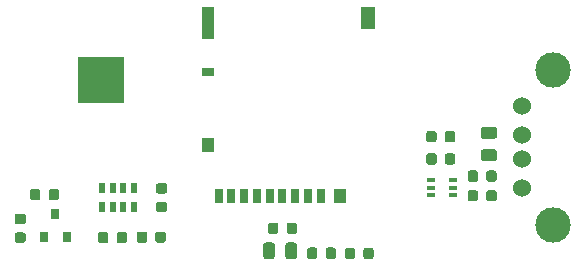
<source format=gbp>
G04 #@! TF.GenerationSoftware,KiCad,Pcbnew,(5.1.2)-1*
G04 #@! TF.CreationDate,2022-02-25T21:01:52+09:00*
G04 #@! TF.ProjectId,wcc,7763632e-6b69-4636-9164-5f7063625858,v2.2*
G04 #@! TF.SameCoordinates,Original*
G04 #@! TF.FileFunction,Paste,Bot*
G04 #@! TF.FilePolarity,Positive*
%FSLAX46Y46*%
G04 Gerber Fmt 4.6, Leading zero omitted, Abs format (unit mm)*
G04 Created by KiCad (PCBNEW (5.1.2)-1) date 2022-02-25 21:01:52*
%MOMM*%
%LPD*%
G04 APERTURE LIST*
%ADD10C,0.100000*%
%ADD11C,0.975000*%
%ADD12R,0.650000X0.400000*%
%ADD13C,0.875000*%
%ADD14R,0.500000X0.900000*%
%ADD15R,1.300000X1.900000*%
%ADD16R,1.000000X2.800000*%
%ADD17R,1.000000X0.800000*%
%ADD18R,1.000000X1.200000*%
%ADD19R,0.700000X1.200000*%
%ADD20R,0.800000X0.900000*%
%ADD21R,4.000000X4.000000*%
%ADD22C,3.000000*%
%ADD23C,1.524000*%
G04 APERTURE END LIST*
D10*
G36*
X178680142Y-140806174D02*
G01*
X178703803Y-140809684D01*
X178727007Y-140815496D01*
X178749529Y-140823554D01*
X178771153Y-140833782D01*
X178791670Y-140846079D01*
X178810883Y-140860329D01*
X178828607Y-140876393D01*
X178844671Y-140894117D01*
X178858921Y-140913330D01*
X178871218Y-140933847D01*
X178881446Y-140955471D01*
X178889504Y-140977993D01*
X178895316Y-141001197D01*
X178898826Y-141024858D01*
X178900000Y-141048750D01*
X178900000Y-141536250D01*
X178898826Y-141560142D01*
X178895316Y-141583803D01*
X178889504Y-141607007D01*
X178881446Y-141629529D01*
X178871218Y-141651153D01*
X178858921Y-141671670D01*
X178844671Y-141690883D01*
X178828607Y-141708607D01*
X178810883Y-141724671D01*
X178791670Y-141738921D01*
X178771153Y-141751218D01*
X178749529Y-141761446D01*
X178727007Y-141769504D01*
X178703803Y-141775316D01*
X178680142Y-141778826D01*
X178656250Y-141780000D01*
X177743750Y-141780000D01*
X177719858Y-141778826D01*
X177696197Y-141775316D01*
X177672993Y-141769504D01*
X177650471Y-141761446D01*
X177628847Y-141751218D01*
X177608330Y-141738921D01*
X177589117Y-141724671D01*
X177571393Y-141708607D01*
X177555329Y-141690883D01*
X177541079Y-141671670D01*
X177528782Y-141651153D01*
X177518554Y-141629529D01*
X177510496Y-141607007D01*
X177504684Y-141583803D01*
X177501174Y-141560142D01*
X177500000Y-141536250D01*
X177500000Y-141048750D01*
X177501174Y-141024858D01*
X177504684Y-141001197D01*
X177510496Y-140977993D01*
X177518554Y-140955471D01*
X177528782Y-140933847D01*
X177541079Y-140913330D01*
X177555329Y-140894117D01*
X177571393Y-140876393D01*
X177589117Y-140860329D01*
X177608330Y-140846079D01*
X177628847Y-140833782D01*
X177650471Y-140823554D01*
X177672993Y-140815496D01*
X177696197Y-140809684D01*
X177719858Y-140806174D01*
X177743750Y-140805000D01*
X178656250Y-140805000D01*
X178680142Y-140806174D01*
X178680142Y-140806174D01*
G37*
D11*
X178200000Y-141292500D03*
D10*
G36*
X178680142Y-142681174D02*
G01*
X178703803Y-142684684D01*
X178727007Y-142690496D01*
X178749529Y-142698554D01*
X178771153Y-142708782D01*
X178791670Y-142721079D01*
X178810883Y-142735329D01*
X178828607Y-142751393D01*
X178844671Y-142769117D01*
X178858921Y-142788330D01*
X178871218Y-142808847D01*
X178881446Y-142830471D01*
X178889504Y-142852993D01*
X178895316Y-142876197D01*
X178898826Y-142899858D01*
X178900000Y-142923750D01*
X178900000Y-143411250D01*
X178898826Y-143435142D01*
X178895316Y-143458803D01*
X178889504Y-143482007D01*
X178881446Y-143504529D01*
X178871218Y-143526153D01*
X178858921Y-143546670D01*
X178844671Y-143565883D01*
X178828607Y-143583607D01*
X178810883Y-143599671D01*
X178791670Y-143613921D01*
X178771153Y-143626218D01*
X178749529Y-143636446D01*
X178727007Y-143644504D01*
X178703803Y-143650316D01*
X178680142Y-143653826D01*
X178656250Y-143655000D01*
X177743750Y-143655000D01*
X177719858Y-143653826D01*
X177696197Y-143650316D01*
X177672993Y-143644504D01*
X177650471Y-143636446D01*
X177628847Y-143626218D01*
X177608330Y-143613921D01*
X177589117Y-143599671D01*
X177571393Y-143583607D01*
X177555329Y-143565883D01*
X177541079Y-143546670D01*
X177528782Y-143526153D01*
X177518554Y-143504529D01*
X177510496Y-143482007D01*
X177504684Y-143458803D01*
X177501174Y-143435142D01*
X177500000Y-143411250D01*
X177500000Y-142923750D01*
X177501174Y-142899858D01*
X177504684Y-142876197D01*
X177510496Y-142852993D01*
X177518554Y-142830471D01*
X177528782Y-142808847D01*
X177541079Y-142788330D01*
X177555329Y-142769117D01*
X177571393Y-142751393D01*
X177589117Y-142735329D01*
X177608330Y-142721079D01*
X177628847Y-142708782D01*
X177650471Y-142698554D01*
X177672993Y-142690496D01*
X177696197Y-142684684D01*
X177719858Y-142681174D01*
X177743750Y-142680000D01*
X178656250Y-142680000D01*
X178680142Y-142681174D01*
X178680142Y-142681174D01*
G37*
D11*
X178200000Y-143167500D03*
D12*
X173300000Y-145270000D03*
X173300000Y-146570000D03*
X175200000Y-145920000D03*
X173300000Y-145920000D03*
X175200000Y-146570000D03*
X175200000Y-145270000D03*
D10*
G36*
X175155691Y-143026053D02*
G01*
X175176926Y-143029203D01*
X175197750Y-143034419D01*
X175217962Y-143041651D01*
X175237368Y-143050830D01*
X175255781Y-143061866D01*
X175273024Y-143074654D01*
X175288930Y-143089070D01*
X175303346Y-143104976D01*
X175316134Y-143122219D01*
X175327170Y-143140632D01*
X175336349Y-143160038D01*
X175343581Y-143180250D01*
X175348797Y-143201074D01*
X175351947Y-143222309D01*
X175353000Y-143243750D01*
X175353000Y-143756250D01*
X175351947Y-143777691D01*
X175348797Y-143798926D01*
X175343581Y-143819750D01*
X175336349Y-143839962D01*
X175327170Y-143859368D01*
X175316134Y-143877781D01*
X175303346Y-143895024D01*
X175288930Y-143910930D01*
X175273024Y-143925346D01*
X175255781Y-143938134D01*
X175237368Y-143949170D01*
X175217962Y-143958349D01*
X175197750Y-143965581D01*
X175176926Y-143970797D01*
X175155691Y-143973947D01*
X175134250Y-143975000D01*
X174696750Y-143975000D01*
X174675309Y-143973947D01*
X174654074Y-143970797D01*
X174633250Y-143965581D01*
X174613038Y-143958349D01*
X174593632Y-143949170D01*
X174575219Y-143938134D01*
X174557976Y-143925346D01*
X174542070Y-143910930D01*
X174527654Y-143895024D01*
X174514866Y-143877781D01*
X174503830Y-143859368D01*
X174494651Y-143839962D01*
X174487419Y-143819750D01*
X174482203Y-143798926D01*
X174479053Y-143777691D01*
X174478000Y-143756250D01*
X174478000Y-143243750D01*
X174479053Y-143222309D01*
X174482203Y-143201074D01*
X174487419Y-143180250D01*
X174494651Y-143160038D01*
X174503830Y-143140632D01*
X174514866Y-143122219D01*
X174527654Y-143104976D01*
X174542070Y-143089070D01*
X174557976Y-143074654D01*
X174575219Y-143061866D01*
X174593632Y-143050830D01*
X174613038Y-143041651D01*
X174633250Y-143034419D01*
X174654074Y-143029203D01*
X174675309Y-143026053D01*
X174696750Y-143025000D01*
X175134250Y-143025000D01*
X175155691Y-143026053D01*
X175155691Y-143026053D01*
G37*
D13*
X174915500Y-143500000D03*
D10*
G36*
X173580691Y-143026053D02*
G01*
X173601926Y-143029203D01*
X173622750Y-143034419D01*
X173642962Y-143041651D01*
X173662368Y-143050830D01*
X173680781Y-143061866D01*
X173698024Y-143074654D01*
X173713930Y-143089070D01*
X173728346Y-143104976D01*
X173741134Y-143122219D01*
X173752170Y-143140632D01*
X173761349Y-143160038D01*
X173768581Y-143180250D01*
X173773797Y-143201074D01*
X173776947Y-143222309D01*
X173778000Y-143243750D01*
X173778000Y-143756250D01*
X173776947Y-143777691D01*
X173773797Y-143798926D01*
X173768581Y-143819750D01*
X173761349Y-143839962D01*
X173752170Y-143859368D01*
X173741134Y-143877781D01*
X173728346Y-143895024D01*
X173713930Y-143910930D01*
X173698024Y-143925346D01*
X173680781Y-143938134D01*
X173662368Y-143949170D01*
X173642962Y-143958349D01*
X173622750Y-143965581D01*
X173601926Y-143970797D01*
X173580691Y-143973947D01*
X173559250Y-143975000D01*
X173121750Y-143975000D01*
X173100309Y-143973947D01*
X173079074Y-143970797D01*
X173058250Y-143965581D01*
X173038038Y-143958349D01*
X173018632Y-143949170D01*
X173000219Y-143938134D01*
X172982976Y-143925346D01*
X172967070Y-143910930D01*
X172952654Y-143895024D01*
X172939866Y-143877781D01*
X172928830Y-143859368D01*
X172919651Y-143839962D01*
X172912419Y-143819750D01*
X172907203Y-143798926D01*
X172904053Y-143777691D01*
X172903000Y-143756250D01*
X172903000Y-143243750D01*
X172904053Y-143222309D01*
X172907203Y-143201074D01*
X172912419Y-143180250D01*
X172919651Y-143160038D01*
X172928830Y-143140632D01*
X172939866Y-143122219D01*
X172952654Y-143104976D01*
X172967070Y-143089070D01*
X172982976Y-143074654D01*
X173000219Y-143061866D01*
X173018632Y-143050830D01*
X173038038Y-143041651D01*
X173058250Y-143034419D01*
X173079074Y-143029203D01*
X173100309Y-143026053D01*
X173121750Y-143025000D01*
X173559250Y-143025000D01*
X173580691Y-143026053D01*
X173580691Y-143026053D01*
G37*
D13*
X173340500Y-143500000D03*
D10*
G36*
X178665691Y-144476053D02*
G01*
X178686926Y-144479203D01*
X178707750Y-144484419D01*
X178727962Y-144491651D01*
X178747368Y-144500830D01*
X178765781Y-144511866D01*
X178783024Y-144524654D01*
X178798930Y-144539070D01*
X178813346Y-144554976D01*
X178826134Y-144572219D01*
X178837170Y-144590632D01*
X178846349Y-144610038D01*
X178853581Y-144630250D01*
X178858797Y-144651074D01*
X178861947Y-144672309D01*
X178863000Y-144693750D01*
X178863000Y-145206250D01*
X178861947Y-145227691D01*
X178858797Y-145248926D01*
X178853581Y-145269750D01*
X178846349Y-145289962D01*
X178837170Y-145309368D01*
X178826134Y-145327781D01*
X178813346Y-145345024D01*
X178798930Y-145360930D01*
X178783024Y-145375346D01*
X178765781Y-145388134D01*
X178747368Y-145399170D01*
X178727962Y-145408349D01*
X178707750Y-145415581D01*
X178686926Y-145420797D01*
X178665691Y-145423947D01*
X178644250Y-145425000D01*
X178206750Y-145425000D01*
X178185309Y-145423947D01*
X178164074Y-145420797D01*
X178143250Y-145415581D01*
X178123038Y-145408349D01*
X178103632Y-145399170D01*
X178085219Y-145388134D01*
X178067976Y-145375346D01*
X178052070Y-145360930D01*
X178037654Y-145345024D01*
X178024866Y-145327781D01*
X178013830Y-145309368D01*
X178004651Y-145289962D01*
X177997419Y-145269750D01*
X177992203Y-145248926D01*
X177989053Y-145227691D01*
X177988000Y-145206250D01*
X177988000Y-144693750D01*
X177989053Y-144672309D01*
X177992203Y-144651074D01*
X177997419Y-144630250D01*
X178004651Y-144610038D01*
X178013830Y-144590632D01*
X178024866Y-144572219D01*
X178037654Y-144554976D01*
X178052070Y-144539070D01*
X178067976Y-144524654D01*
X178085219Y-144511866D01*
X178103632Y-144500830D01*
X178123038Y-144491651D01*
X178143250Y-144484419D01*
X178164074Y-144479203D01*
X178185309Y-144476053D01*
X178206750Y-144475000D01*
X178644250Y-144475000D01*
X178665691Y-144476053D01*
X178665691Y-144476053D01*
G37*
D13*
X178425500Y-144950000D03*
D10*
G36*
X177090691Y-144476053D02*
G01*
X177111926Y-144479203D01*
X177132750Y-144484419D01*
X177152962Y-144491651D01*
X177172368Y-144500830D01*
X177190781Y-144511866D01*
X177208024Y-144524654D01*
X177223930Y-144539070D01*
X177238346Y-144554976D01*
X177251134Y-144572219D01*
X177262170Y-144590632D01*
X177271349Y-144610038D01*
X177278581Y-144630250D01*
X177283797Y-144651074D01*
X177286947Y-144672309D01*
X177288000Y-144693750D01*
X177288000Y-145206250D01*
X177286947Y-145227691D01*
X177283797Y-145248926D01*
X177278581Y-145269750D01*
X177271349Y-145289962D01*
X177262170Y-145309368D01*
X177251134Y-145327781D01*
X177238346Y-145345024D01*
X177223930Y-145360930D01*
X177208024Y-145375346D01*
X177190781Y-145388134D01*
X177172368Y-145399170D01*
X177152962Y-145408349D01*
X177132750Y-145415581D01*
X177111926Y-145420797D01*
X177090691Y-145423947D01*
X177069250Y-145425000D01*
X176631750Y-145425000D01*
X176610309Y-145423947D01*
X176589074Y-145420797D01*
X176568250Y-145415581D01*
X176548038Y-145408349D01*
X176528632Y-145399170D01*
X176510219Y-145388134D01*
X176492976Y-145375346D01*
X176477070Y-145360930D01*
X176462654Y-145345024D01*
X176449866Y-145327781D01*
X176438830Y-145309368D01*
X176429651Y-145289962D01*
X176422419Y-145269750D01*
X176417203Y-145248926D01*
X176414053Y-145227691D01*
X176413000Y-145206250D01*
X176413000Y-144693750D01*
X176414053Y-144672309D01*
X176417203Y-144651074D01*
X176422419Y-144630250D01*
X176429651Y-144610038D01*
X176438830Y-144590632D01*
X176449866Y-144572219D01*
X176462654Y-144554976D01*
X176477070Y-144539070D01*
X176492976Y-144524654D01*
X176510219Y-144511866D01*
X176528632Y-144500830D01*
X176548038Y-144491651D01*
X176568250Y-144484419D01*
X176589074Y-144479203D01*
X176610309Y-144476053D01*
X176631750Y-144475000D01*
X177069250Y-144475000D01*
X177090691Y-144476053D01*
X177090691Y-144476053D01*
G37*
D13*
X176850500Y-144950000D03*
D14*
X145460000Y-147590000D03*
X146360000Y-147590000D03*
X147260000Y-147590000D03*
X148160000Y-147590000D03*
X148160000Y-145990000D03*
X147260000Y-145990000D03*
X146360000Y-145990000D03*
X145460000Y-145990000D03*
D10*
G36*
X178665691Y-146146053D02*
G01*
X178686926Y-146149203D01*
X178707750Y-146154419D01*
X178727962Y-146161651D01*
X178747368Y-146170830D01*
X178765781Y-146181866D01*
X178783024Y-146194654D01*
X178798930Y-146209070D01*
X178813346Y-146224976D01*
X178826134Y-146242219D01*
X178837170Y-146260632D01*
X178846349Y-146280038D01*
X178853581Y-146300250D01*
X178858797Y-146321074D01*
X178861947Y-146342309D01*
X178863000Y-146363750D01*
X178863000Y-146876250D01*
X178861947Y-146897691D01*
X178858797Y-146918926D01*
X178853581Y-146939750D01*
X178846349Y-146959962D01*
X178837170Y-146979368D01*
X178826134Y-146997781D01*
X178813346Y-147015024D01*
X178798930Y-147030930D01*
X178783024Y-147045346D01*
X178765781Y-147058134D01*
X178747368Y-147069170D01*
X178727962Y-147078349D01*
X178707750Y-147085581D01*
X178686926Y-147090797D01*
X178665691Y-147093947D01*
X178644250Y-147095000D01*
X178206750Y-147095000D01*
X178185309Y-147093947D01*
X178164074Y-147090797D01*
X178143250Y-147085581D01*
X178123038Y-147078349D01*
X178103632Y-147069170D01*
X178085219Y-147058134D01*
X178067976Y-147045346D01*
X178052070Y-147030930D01*
X178037654Y-147015024D01*
X178024866Y-146997781D01*
X178013830Y-146979368D01*
X178004651Y-146959962D01*
X177997419Y-146939750D01*
X177992203Y-146918926D01*
X177989053Y-146897691D01*
X177988000Y-146876250D01*
X177988000Y-146363750D01*
X177989053Y-146342309D01*
X177992203Y-146321074D01*
X177997419Y-146300250D01*
X178004651Y-146280038D01*
X178013830Y-146260632D01*
X178024866Y-146242219D01*
X178037654Y-146224976D01*
X178052070Y-146209070D01*
X178067976Y-146194654D01*
X178085219Y-146181866D01*
X178103632Y-146170830D01*
X178123038Y-146161651D01*
X178143250Y-146154419D01*
X178164074Y-146149203D01*
X178185309Y-146146053D01*
X178206750Y-146145000D01*
X178644250Y-146145000D01*
X178665691Y-146146053D01*
X178665691Y-146146053D01*
G37*
D13*
X178425500Y-146620000D03*
D10*
G36*
X177090691Y-146146053D02*
G01*
X177111926Y-146149203D01*
X177132750Y-146154419D01*
X177152962Y-146161651D01*
X177172368Y-146170830D01*
X177190781Y-146181866D01*
X177208024Y-146194654D01*
X177223930Y-146209070D01*
X177238346Y-146224976D01*
X177251134Y-146242219D01*
X177262170Y-146260632D01*
X177271349Y-146280038D01*
X177278581Y-146300250D01*
X177283797Y-146321074D01*
X177286947Y-146342309D01*
X177288000Y-146363750D01*
X177288000Y-146876250D01*
X177286947Y-146897691D01*
X177283797Y-146918926D01*
X177278581Y-146939750D01*
X177271349Y-146959962D01*
X177262170Y-146979368D01*
X177251134Y-146997781D01*
X177238346Y-147015024D01*
X177223930Y-147030930D01*
X177208024Y-147045346D01*
X177190781Y-147058134D01*
X177172368Y-147069170D01*
X177152962Y-147078349D01*
X177132750Y-147085581D01*
X177111926Y-147090797D01*
X177090691Y-147093947D01*
X177069250Y-147095000D01*
X176631750Y-147095000D01*
X176610309Y-147093947D01*
X176589074Y-147090797D01*
X176568250Y-147085581D01*
X176548038Y-147078349D01*
X176528632Y-147069170D01*
X176510219Y-147058134D01*
X176492976Y-147045346D01*
X176477070Y-147030930D01*
X176462654Y-147015024D01*
X176449866Y-146997781D01*
X176438830Y-146979368D01*
X176429651Y-146959962D01*
X176422419Y-146939750D01*
X176417203Y-146918926D01*
X176414053Y-146897691D01*
X176413000Y-146876250D01*
X176413000Y-146363750D01*
X176414053Y-146342309D01*
X176417203Y-146321074D01*
X176422419Y-146300250D01*
X176429651Y-146280038D01*
X176438830Y-146260632D01*
X176449866Y-146242219D01*
X176462654Y-146224976D01*
X176477070Y-146209070D01*
X176492976Y-146194654D01*
X176510219Y-146181866D01*
X176528632Y-146170830D01*
X176548038Y-146161651D01*
X176568250Y-146154419D01*
X176589074Y-146149203D01*
X176610309Y-146146053D01*
X176631750Y-146145000D01*
X177069250Y-146145000D01*
X177090691Y-146146053D01*
X177090691Y-146146053D01*
G37*
D13*
X176850500Y-146620000D03*
D10*
G36*
X168257691Y-151026053D02*
G01*
X168278926Y-151029203D01*
X168299750Y-151034419D01*
X168319962Y-151041651D01*
X168339368Y-151050830D01*
X168357781Y-151061866D01*
X168375024Y-151074654D01*
X168390930Y-151089070D01*
X168405346Y-151104976D01*
X168418134Y-151122219D01*
X168429170Y-151140632D01*
X168438349Y-151160038D01*
X168445581Y-151180250D01*
X168450797Y-151201074D01*
X168453947Y-151222309D01*
X168455000Y-151243750D01*
X168455000Y-151756250D01*
X168453947Y-151777691D01*
X168450797Y-151798926D01*
X168445581Y-151819750D01*
X168438349Y-151839962D01*
X168429170Y-151859368D01*
X168418134Y-151877781D01*
X168405346Y-151895024D01*
X168390930Y-151910930D01*
X168375024Y-151925346D01*
X168357781Y-151938134D01*
X168339368Y-151949170D01*
X168319962Y-151958349D01*
X168299750Y-151965581D01*
X168278926Y-151970797D01*
X168257691Y-151973947D01*
X168236250Y-151975000D01*
X167798750Y-151975000D01*
X167777309Y-151973947D01*
X167756074Y-151970797D01*
X167735250Y-151965581D01*
X167715038Y-151958349D01*
X167695632Y-151949170D01*
X167677219Y-151938134D01*
X167659976Y-151925346D01*
X167644070Y-151910930D01*
X167629654Y-151895024D01*
X167616866Y-151877781D01*
X167605830Y-151859368D01*
X167596651Y-151839962D01*
X167589419Y-151819750D01*
X167584203Y-151798926D01*
X167581053Y-151777691D01*
X167580000Y-151756250D01*
X167580000Y-151243750D01*
X167581053Y-151222309D01*
X167584203Y-151201074D01*
X167589419Y-151180250D01*
X167596651Y-151160038D01*
X167605830Y-151140632D01*
X167616866Y-151122219D01*
X167629654Y-151104976D01*
X167644070Y-151089070D01*
X167659976Y-151074654D01*
X167677219Y-151061866D01*
X167695632Y-151050830D01*
X167715038Y-151041651D01*
X167735250Y-151034419D01*
X167756074Y-151029203D01*
X167777309Y-151026053D01*
X167798750Y-151025000D01*
X168236250Y-151025000D01*
X168257691Y-151026053D01*
X168257691Y-151026053D01*
G37*
D13*
X168017500Y-151500000D03*
D10*
G36*
X166682691Y-151026053D02*
G01*
X166703926Y-151029203D01*
X166724750Y-151034419D01*
X166744962Y-151041651D01*
X166764368Y-151050830D01*
X166782781Y-151061866D01*
X166800024Y-151074654D01*
X166815930Y-151089070D01*
X166830346Y-151104976D01*
X166843134Y-151122219D01*
X166854170Y-151140632D01*
X166863349Y-151160038D01*
X166870581Y-151180250D01*
X166875797Y-151201074D01*
X166878947Y-151222309D01*
X166880000Y-151243750D01*
X166880000Y-151756250D01*
X166878947Y-151777691D01*
X166875797Y-151798926D01*
X166870581Y-151819750D01*
X166863349Y-151839962D01*
X166854170Y-151859368D01*
X166843134Y-151877781D01*
X166830346Y-151895024D01*
X166815930Y-151910930D01*
X166800024Y-151925346D01*
X166782781Y-151938134D01*
X166764368Y-151949170D01*
X166744962Y-151958349D01*
X166724750Y-151965581D01*
X166703926Y-151970797D01*
X166682691Y-151973947D01*
X166661250Y-151975000D01*
X166223750Y-151975000D01*
X166202309Y-151973947D01*
X166181074Y-151970797D01*
X166160250Y-151965581D01*
X166140038Y-151958349D01*
X166120632Y-151949170D01*
X166102219Y-151938134D01*
X166084976Y-151925346D01*
X166069070Y-151910930D01*
X166054654Y-151895024D01*
X166041866Y-151877781D01*
X166030830Y-151859368D01*
X166021651Y-151839962D01*
X166014419Y-151819750D01*
X166009203Y-151798926D01*
X166006053Y-151777691D01*
X166005000Y-151756250D01*
X166005000Y-151243750D01*
X166006053Y-151222309D01*
X166009203Y-151201074D01*
X166014419Y-151180250D01*
X166021651Y-151160038D01*
X166030830Y-151140632D01*
X166041866Y-151122219D01*
X166054654Y-151104976D01*
X166069070Y-151089070D01*
X166084976Y-151074654D01*
X166102219Y-151061866D01*
X166120632Y-151050830D01*
X166140038Y-151041651D01*
X166160250Y-151034419D01*
X166181074Y-151029203D01*
X166202309Y-151026053D01*
X166223750Y-151025000D01*
X166661250Y-151025000D01*
X166682691Y-151026053D01*
X166682691Y-151026053D01*
G37*
D13*
X166442500Y-151500000D03*
D15*
X167935000Y-131525000D03*
D16*
X154435000Y-131975000D03*
D17*
X154435000Y-136125000D03*
D18*
X154435000Y-142325000D03*
X165585000Y-146625000D03*
D19*
X157435000Y-146625000D03*
X158535000Y-146625000D03*
X159635000Y-146625000D03*
X160735000Y-146625000D03*
X161835000Y-146625000D03*
X162935000Y-146625000D03*
X164035000Y-146625000D03*
X156335000Y-146625000D03*
X155385000Y-146625000D03*
D10*
G36*
X149074691Y-149646053D02*
G01*
X149095926Y-149649203D01*
X149116750Y-149654419D01*
X149136962Y-149661651D01*
X149156368Y-149670830D01*
X149174781Y-149681866D01*
X149192024Y-149694654D01*
X149207930Y-149709070D01*
X149222346Y-149724976D01*
X149235134Y-149742219D01*
X149246170Y-149760632D01*
X149255349Y-149780038D01*
X149262581Y-149800250D01*
X149267797Y-149821074D01*
X149270947Y-149842309D01*
X149272000Y-149863750D01*
X149272000Y-150376250D01*
X149270947Y-150397691D01*
X149267797Y-150418926D01*
X149262581Y-150439750D01*
X149255349Y-150459962D01*
X149246170Y-150479368D01*
X149235134Y-150497781D01*
X149222346Y-150515024D01*
X149207930Y-150530930D01*
X149192024Y-150545346D01*
X149174781Y-150558134D01*
X149156368Y-150569170D01*
X149136962Y-150578349D01*
X149116750Y-150585581D01*
X149095926Y-150590797D01*
X149074691Y-150593947D01*
X149053250Y-150595000D01*
X148615750Y-150595000D01*
X148594309Y-150593947D01*
X148573074Y-150590797D01*
X148552250Y-150585581D01*
X148532038Y-150578349D01*
X148512632Y-150569170D01*
X148494219Y-150558134D01*
X148476976Y-150545346D01*
X148461070Y-150530930D01*
X148446654Y-150515024D01*
X148433866Y-150497781D01*
X148422830Y-150479368D01*
X148413651Y-150459962D01*
X148406419Y-150439750D01*
X148401203Y-150418926D01*
X148398053Y-150397691D01*
X148397000Y-150376250D01*
X148397000Y-149863750D01*
X148398053Y-149842309D01*
X148401203Y-149821074D01*
X148406419Y-149800250D01*
X148413651Y-149780038D01*
X148422830Y-149760632D01*
X148433866Y-149742219D01*
X148446654Y-149724976D01*
X148461070Y-149709070D01*
X148476976Y-149694654D01*
X148494219Y-149681866D01*
X148512632Y-149670830D01*
X148532038Y-149661651D01*
X148552250Y-149654419D01*
X148573074Y-149649203D01*
X148594309Y-149646053D01*
X148615750Y-149645000D01*
X149053250Y-149645000D01*
X149074691Y-149646053D01*
X149074691Y-149646053D01*
G37*
D13*
X148834500Y-150120000D03*
D10*
G36*
X150649691Y-149646053D02*
G01*
X150670926Y-149649203D01*
X150691750Y-149654419D01*
X150711962Y-149661651D01*
X150731368Y-149670830D01*
X150749781Y-149681866D01*
X150767024Y-149694654D01*
X150782930Y-149709070D01*
X150797346Y-149724976D01*
X150810134Y-149742219D01*
X150821170Y-149760632D01*
X150830349Y-149780038D01*
X150837581Y-149800250D01*
X150842797Y-149821074D01*
X150845947Y-149842309D01*
X150847000Y-149863750D01*
X150847000Y-150376250D01*
X150845947Y-150397691D01*
X150842797Y-150418926D01*
X150837581Y-150439750D01*
X150830349Y-150459962D01*
X150821170Y-150479368D01*
X150810134Y-150497781D01*
X150797346Y-150515024D01*
X150782930Y-150530930D01*
X150767024Y-150545346D01*
X150749781Y-150558134D01*
X150731368Y-150569170D01*
X150711962Y-150578349D01*
X150691750Y-150585581D01*
X150670926Y-150590797D01*
X150649691Y-150593947D01*
X150628250Y-150595000D01*
X150190750Y-150595000D01*
X150169309Y-150593947D01*
X150148074Y-150590797D01*
X150127250Y-150585581D01*
X150107038Y-150578349D01*
X150087632Y-150569170D01*
X150069219Y-150558134D01*
X150051976Y-150545346D01*
X150036070Y-150530930D01*
X150021654Y-150515024D01*
X150008866Y-150497781D01*
X149997830Y-150479368D01*
X149988651Y-150459962D01*
X149981419Y-150439750D01*
X149976203Y-150418926D01*
X149973053Y-150397691D01*
X149972000Y-150376250D01*
X149972000Y-149863750D01*
X149973053Y-149842309D01*
X149976203Y-149821074D01*
X149981419Y-149800250D01*
X149988651Y-149780038D01*
X149997830Y-149760632D01*
X150008866Y-149742219D01*
X150021654Y-149724976D01*
X150036070Y-149709070D01*
X150051976Y-149694654D01*
X150069219Y-149681866D01*
X150087632Y-149670830D01*
X150107038Y-149661651D01*
X150127250Y-149654419D01*
X150148074Y-149649203D01*
X150169309Y-149646053D01*
X150190750Y-149645000D01*
X150628250Y-149645000D01*
X150649691Y-149646053D01*
X150649691Y-149646053D01*
G37*
D13*
X150409500Y-150120000D03*
D10*
G36*
X138797691Y-148148053D02*
G01*
X138818926Y-148151203D01*
X138839750Y-148156419D01*
X138859962Y-148163651D01*
X138879368Y-148172830D01*
X138897781Y-148183866D01*
X138915024Y-148196654D01*
X138930930Y-148211070D01*
X138945346Y-148226976D01*
X138958134Y-148244219D01*
X138969170Y-148262632D01*
X138978349Y-148282038D01*
X138985581Y-148302250D01*
X138990797Y-148323074D01*
X138993947Y-148344309D01*
X138995000Y-148365750D01*
X138995000Y-148803250D01*
X138993947Y-148824691D01*
X138990797Y-148845926D01*
X138985581Y-148866750D01*
X138978349Y-148886962D01*
X138969170Y-148906368D01*
X138958134Y-148924781D01*
X138945346Y-148942024D01*
X138930930Y-148957930D01*
X138915024Y-148972346D01*
X138897781Y-148985134D01*
X138879368Y-148996170D01*
X138859962Y-149005349D01*
X138839750Y-149012581D01*
X138818926Y-149017797D01*
X138797691Y-149020947D01*
X138776250Y-149022000D01*
X138263750Y-149022000D01*
X138242309Y-149020947D01*
X138221074Y-149017797D01*
X138200250Y-149012581D01*
X138180038Y-149005349D01*
X138160632Y-148996170D01*
X138142219Y-148985134D01*
X138124976Y-148972346D01*
X138109070Y-148957930D01*
X138094654Y-148942024D01*
X138081866Y-148924781D01*
X138070830Y-148906368D01*
X138061651Y-148886962D01*
X138054419Y-148866750D01*
X138049203Y-148845926D01*
X138046053Y-148824691D01*
X138045000Y-148803250D01*
X138045000Y-148365750D01*
X138046053Y-148344309D01*
X138049203Y-148323074D01*
X138054419Y-148302250D01*
X138061651Y-148282038D01*
X138070830Y-148262632D01*
X138081866Y-148244219D01*
X138094654Y-148226976D01*
X138109070Y-148211070D01*
X138124976Y-148196654D01*
X138142219Y-148183866D01*
X138160632Y-148172830D01*
X138180038Y-148163651D01*
X138200250Y-148156419D01*
X138221074Y-148151203D01*
X138242309Y-148148053D01*
X138263750Y-148147000D01*
X138776250Y-148147000D01*
X138797691Y-148148053D01*
X138797691Y-148148053D01*
G37*
D13*
X138520000Y-148584500D03*
D10*
G36*
X138797691Y-149723053D02*
G01*
X138818926Y-149726203D01*
X138839750Y-149731419D01*
X138859962Y-149738651D01*
X138879368Y-149747830D01*
X138897781Y-149758866D01*
X138915024Y-149771654D01*
X138930930Y-149786070D01*
X138945346Y-149801976D01*
X138958134Y-149819219D01*
X138969170Y-149837632D01*
X138978349Y-149857038D01*
X138985581Y-149877250D01*
X138990797Y-149898074D01*
X138993947Y-149919309D01*
X138995000Y-149940750D01*
X138995000Y-150378250D01*
X138993947Y-150399691D01*
X138990797Y-150420926D01*
X138985581Y-150441750D01*
X138978349Y-150461962D01*
X138969170Y-150481368D01*
X138958134Y-150499781D01*
X138945346Y-150517024D01*
X138930930Y-150532930D01*
X138915024Y-150547346D01*
X138897781Y-150560134D01*
X138879368Y-150571170D01*
X138859962Y-150580349D01*
X138839750Y-150587581D01*
X138818926Y-150592797D01*
X138797691Y-150595947D01*
X138776250Y-150597000D01*
X138263750Y-150597000D01*
X138242309Y-150595947D01*
X138221074Y-150592797D01*
X138200250Y-150587581D01*
X138180038Y-150580349D01*
X138160632Y-150571170D01*
X138142219Y-150560134D01*
X138124976Y-150547346D01*
X138109070Y-150532930D01*
X138094654Y-150517024D01*
X138081866Y-150499781D01*
X138070830Y-150481368D01*
X138061651Y-150461962D01*
X138054419Y-150441750D01*
X138049203Y-150420926D01*
X138046053Y-150399691D01*
X138045000Y-150378250D01*
X138045000Y-149940750D01*
X138046053Y-149919309D01*
X138049203Y-149898074D01*
X138054419Y-149877250D01*
X138061651Y-149857038D01*
X138070830Y-149837632D01*
X138081866Y-149819219D01*
X138094654Y-149801976D01*
X138109070Y-149786070D01*
X138124976Y-149771654D01*
X138142219Y-149758866D01*
X138160632Y-149747830D01*
X138180038Y-149738651D01*
X138200250Y-149731419D01*
X138221074Y-149726203D01*
X138242309Y-149723053D01*
X138263750Y-149722000D01*
X138776250Y-149722000D01*
X138797691Y-149723053D01*
X138797691Y-149723053D01*
G37*
D13*
X138520000Y-150159500D03*
D10*
G36*
X150777691Y-147131053D02*
G01*
X150798926Y-147134203D01*
X150819750Y-147139419D01*
X150839962Y-147146651D01*
X150859368Y-147155830D01*
X150877781Y-147166866D01*
X150895024Y-147179654D01*
X150910930Y-147194070D01*
X150925346Y-147209976D01*
X150938134Y-147227219D01*
X150949170Y-147245632D01*
X150958349Y-147265038D01*
X150965581Y-147285250D01*
X150970797Y-147306074D01*
X150973947Y-147327309D01*
X150975000Y-147348750D01*
X150975000Y-147786250D01*
X150973947Y-147807691D01*
X150970797Y-147828926D01*
X150965581Y-147849750D01*
X150958349Y-147869962D01*
X150949170Y-147889368D01*
X150938134Y-147907781D01*
X150925346Y-147925024D01*
X150910930Y-147940930D01*
X150895024Y-147955346D01*
X150877781Y-147968134D01*
X150859368Y-147979170D01*
X150839962Y-147988349D01*
X150819750Y-147995581D01*
X150798926Y-148000797D01*
X150777691Y-148003947D01*
X150756250Y-148005000D01*
X150243750Y-148005000D01*
X150222309Y-148003947D01*
X150201074Y-148000797D01*
X150180250Y-147995581D01*
X150160038Y-147988349D01*
X150140632Y-147979170D01*
X150122219Y-147968134D01*
X150104976Y-147955346D01*
X150089070Y-147940930D01*
X150074654Y-147925024D01*
X150061866Y-147907781D01*
X150050830Y-147889368D01*
X150041651Y-147869962D01*
X150034419Y-147849750D01*
X150029203Y-147828926D01*
X150026053Y-147807691D01*
X150025000Y-147786250D01*
X150025000Y-147348750D01*
X150026053Y-147327309D01*
X150029203Y-147306074D01*
X150034419Y-147285250D01*
X150041651Y-147265038D01*
X150050830Y-147245632D01*
X150061866Y-147227219D01*
X150074654Y-147209976D01*
X150089070Y-147194070D01*
X150104976Y-147179654D01*
X150122219Y-147166866D01*
X150140632Y-147155830D01*
X150160038Y-147146651D01*
X150180250Y-147139419D01*
X150201074Y-147134203D01*
X150222309Y-147131053D01*
X150243750Y-147130000D01*
X150756250Y-147130000D01*
X150777691Y-147131053D01*
X150777691Y-147131053D01*
G37*
D13*
X150500000Y-147567500D03*
D10*
G36*
X150777691Y-145556053D02*
G01*
X150798926Y-145559203D01*
X150819750Y-145564419D01*
X150839962Y-145571651D01*
X150859368Y-145580830D01*
X150877781Y-145591866D01*
X150895024Y-145604654D01*
X150910930Y-145619070D01*
X150925346Y-145634976D01*
X150938134Y-145652219D01*
X150949170Y-145670632D01*
X150958349Y-145690038D01*
X150965581Y-145710250D01*
X150970797Y-145731074D01*
X150973947Y-145752309D01*
X150975000Y-145773750D01*
X150975000Y-146211250D01*
X150973947Y-146232691D01*
X150970797Y-146253926D01*
X150965581Y-146274750D01*
X150958349Y-146294962D01*
X150949170Y-146314368D01*
X150938134Y-146332781D01*
X150925346Y-146350024D01*
X150910930Y-146365930D01*
X150895024Y-146380346D01*
X150877781Y-146393134D01*
X150859368Y-146404170D01*
X150839962Y-146413349D01*
X150819750Y-146420581D01*
X150798926Y-146425797D01*
X150777691Y-146428947D01*
X150756250Y-146430000D01*
X150243750Y-146430000D01*
X150222309Y-146428947D01*
X150201074Y-146425797D01*
X150180250Y-146420581D01*
X150160038Y-146413349D01*
X150140632Y-146404170D01*
X150122219Y-146393134D01*
X150104976Y-146380346D01*
X150089070Y-146365930D01*
X150074654Y-146350024D01*
X150061866Y-146332781D01*
X150050830Y-146314368D01*
X150041651Y-146294962D01*
X150034419Y-146274750D01*
X150029203Y-146253926D01*
X150026053Y-146232691D01*
X150025000Y-146211250D01*
X150025000Y-145773750D01*
X150026053Y-145752309D01*
X150029203Y-145731074D01*
X150034419Y-145710250D01*
X150041651Y-145690038D01*
X150050830Y-145670632D01*
X150061866Y-145652219D01*
X150074654Y-145634976D01*
X150089070Y-145619070D01*
X150104976Y-145604654D01*
X150122219Y-145591866D01*
X150140632Y-145580830D01*
X150160038Y-145571651D01*
X150180250Y-145564419D01*
X150201074Y-145559203D01*
X150222309Y-145556053D01*
X150243750Y-145555000D01*
X150756250Y-145555000D01*
X150777691Y-145556053D01*
X150777691Y-145556053D01*
G37*
D13*
X150500000Y-145992500D03*
D10*
G36*
X145800691Y-149686053D02*
G01*
X145821926Y-149689203D01*
X145842750Y-149694419D01*
X145862962Y-149701651D01*
X145882368Y-149710830D01*
X145900781Y-149721866D01*
X145918024Y-149734654D01*
X145933930Y-149749070D01*
X145948346Y-149764976D01*
X145961134Y-149782219D01*
X145972170Y-149800632D01*
X145981349Y-149820038D01*
X145988581Y-149840250D01*
X145993797Y-149861074D01*
X145996947Y-149882309D01*
X145998000Y-149903750D01*
X145998000Y-150416250D01*
X145996947Y-150437691D01*
X145993797Y-150458926D01*
X145988581Y-150479750D01*
X145981349Y-150499962D01*
X145972170Y-150519368D01*
X145961134Y-150537781D01*
X145948346Y-150555024D01*
X145933930Y-150570930D01*
X145918024Y-150585346D01*
X145900781Y-150598134D01*
X145882368Y-150609170D01*
X145862962Y-150618349D01*
X145842750Y-150625581D01*
X145821926Y-150630797D01*
X145800691Y-150633947D01*
X145779250Y-150635000D01*
X145341750Y-150635000D01*
X145320309Y-150633947D01*
X145299074Y-150630797D01*
X145278250Y-150625581D01*
X145258038Y-150618349D01*
X145238632Y-150609170D01*
X145220219Y-150598134D01*
X145202976Y-150585346D01*
X145187070Y-150570930D01*
X145172654Y-150555024D01*
X145159866Y-150537781D01*
X145148830Y-150519368D01*
X145139651Y-150499962D01*
X145132419Y-150479750D01*
X145127203Y-150458926D01*
X145124053Y-150437691D01*
X145123000Y-150416250D01*
X145123000Y-149903750D01*
X145124053Y-149882309D01*
X145127203Y-149861074D01*
X145132419Y-149840250D01*
X145139651Y-149820038D01*
X145148830Y-149800632D01*
X145159866Y-149782219D01*
X145172654Y-149764976D01*
X145187070Y-149749070D01*
X145202976Y-149734654D01*
X145220219Y-149721866D01*
X145238632Y-149710830D01*
X145258038Y-149701651D01*
X145278250Y-149694419D01*
X145299074Y-149689203D01*
X145320309Y-149686053D01*
X145341750Y-149685000D01*
X145779250Y-149685000D01*
X145800691Y-149686053D01*
X145800691Y-149686053D01*
G37*
D13*
X145560500Y-150160000D03*
D10*
G36*
X147375691Y-149686053D02*
G01*
X147396926Y-149689203D01*
X147417750Y-149694419D01*
X147437962Y-149701651D01*
X147457368Y-149710830D01*
X147475781Y-149721866D01*
X147493024Y-149734654D01*
X147508930Y-149749070D01*
X147523346Y-149764976D01*
X147536134Y-149782219D01*
X147547170Y-149800632D01*
X147556349Y-149820038D01*
X147563581Y-149840250D01*
X147568797Y-149861074D01*
X147571947Y-149882309D01*
X147573000Y-149903750D01*
X147573000Y-150416250D01*
X147571947Y-150437691D01*
X147568797Y-150458926D01*
X147563581Y-150479750D01*
X147556349Y-150499962D01*
X147547170Y-150519368D01*
X147536134Y-150537781D01*
X147523346Y-150555024D01*
X147508930Y-150570930D01*
X147493024Y-150585346D01*
X147475781Y-150598134D01*
X147457368Y-150609170D01*
X147437962Y-150618349D01*
X147417750Y-150625581D01*
X147396926Y-150630797D01*
X147375691Y-150633947D01*
X147354250Y-150635000D01*
X146916750Y-150635000D01*
X146895309Y-150633947D01*
X146874074Y-150630797D01*
X146853250Y-150625581D01*
X146833038Y-150618349D01*
X146813632Y-150609170D01*
X146795219Y-150598134D01*
X146777976Y-150585346D01*
X146762070Y-150570930D01*
X146747654Y-150555024D01*
X146734866Y-150537781D01*
X146723830Y-150519368D01*
X146714651Y-150499962D01*
X146707419Y-150479750D01*
X146702203Y-150458926D01*
X146699053Y-150437691D01*
X146698000Y-150416250D01*
X146698000Y-149903750D01*
X146699053Y-149882309D01*
X146702203Y-149861074D01*
X146707419Y-149840250D01*
X146714651Y-149820038D01*
X146723830Y-149800632D01*
X146734866Y-149782219D01*
X146747654Y-149764976D01*
X146762070Y-149749070D01*
X146777976Y-149734654D01*
X146795219Y-149721866D01*
X146813632Y-149710830D01*
X146833038Y-149701651D01*
X146853250Y-149694419D01*
X146874074Y-149689203D01*
X146895309Y-149686053D01*
X146916750Y-149685000D01*
X147354250Y-149685000D01*
X147375691Y-149686053D01*
X147375691Y-149686053D01*
G37*
D13*
X147135500Y-150160000D03*
D10*
G36*
X165057691Y-150996053D02*
G01*
X165078926Y-150999203D01*
X165099750Y-151004419D01*
X165119962Y-151011651D01*
X165139368Y-151020830D01*
X165157781Y-151031866D01*
X165175024Y-151044654D01*
X165190930Y-151059070D01*
X165205346Y-151074976D01*
X165218134Y-151092219D01*
X165229170Y-151110632D01*
X165238349Y-151130038D01*
X165245581Y-151150250D01*
X165250797Y-151171074D01*
X165253947Y-151192309D01*
X165255000Y-151213750D01*
X165255000Y-151726250D01*
X165253947Y-151747691D01*
X165250797Y-151768926D01*
X165245581Y-151789750D01*
X165238349Y-151809962D01*
X165229170Y-151829368D01*
X165218134Y-151847781D01*
X165205346Y-151865024D01*
X165190930Y-151880930D01*
X165175024Y-151895346D01*
X165157781Y-151908134D01*
X165139368Y-151919170D01*
X165119962Y-151928349D01*
X165099750Y-151935581D01*
X165078926Y-151940797D01*
X165057691Y-151943947D01*
X165036250Y-151945000D01*
X164598750Y-151945000D01*
X164577309Y-151943947D01*
X164556074Y-151940797D01*
X164535250Y-151935581D01*
X164515038Y-151928349D01*
X164495632Y-151919170D01*
X164477219Y-151908134D01*
X164459976Y-151895346D01*
X164444070Y-151880930D01*
X164429654Y-151865024D01*
X164416866Y-151847781D01*
X164405830Y-151829368D01*
X164396651Y-151809962D01*
X164389419Y-151789750D01*
X164384203Y-151768926D01*
X164381053Y-151747691D01*
X164380000Y-151726250D01*
X164380000Y-151213750D01*
X164381053Y-151192309D01*
X164384203Y-151171074D01*
X164389419Y-151150250D01*
X164396651Y-151130038D01*
X164405830Y-151110632D01*
X164416866Y-151092219D01*
X164429654Y-151074976D01*
X164444070Y-151059070D01*
X164459976Y-151044654D01*
X164477219Y-151031866D01*
X164495632Y-151020830D01*
X164515038Y-151011651D01*
X164535250Y-151004419D01*
X164556074Y-150999203D01*
X164577309Y-150996053D01*
X164598750Y-150995000D01*
X165036250Y-150995000D01*
X165057691Y-150996053D01*
X165057691Y-150996053D01*
G37*
D13*
X164817500Y-151470000D03*
D10*
G36*
X163482691Y-150996053D02*
G01*
X163503926Y-150999203D01*
X163524750Y-151004419D01*
X163544962Y-151011651D01*
X163564368Y-151020830D01*
X163582781Y-151031866D01*
X163600024Y-151044654D01*
X163615930Y-151059070D01*
X163630346Y-151074976D01*
X163643134Y-151092219D01*
X163654170Y-151110632D01*
X163663349Y-151130038D01*
X163670581Y-151150250D01*
X163675797Y-151171074D01*
X163678947Y-151192309D01*
X163680000Y-151213750D01*
X163680000Y-151726250D01*
X163678947Y-151747691D01*
X163675797Y-151768926D01*
X163670581Y-151789750D01*
X163663349Y-151809962D01*
X163654170Y-151829368D01*
X163643134Y-151847781D01*
X163630346Y-151865024D01*
X163615930Y-151880930D01*
X163600024Y-151895346D01*
X163582781Y-151908134D01*
X163564368Y-151919170D01*
X163544962Y-151928349D01*
X163524750Y-151935581D01*
X163503926Y-151940797D01*
X163482691Y-151943947D01*
X163461250Y-151945000D01*
X163023750Y-151945000D01*
X163002309Y-151943947D01*
X162981074Y-151940797D01*
X162960250Y-151935581D01*
X162940038Y-151928349D01*
X162920632Y-151919170D01*
X162902219Y-151908134D01*
X162884976Y-151895346D01*
X162869070Y-151880930D01*
X162854654Y-151865024D01*
X162841866Y-151847781D01*
X162830830Y-151829368D01*
X162821651Y-151809962D01*
X162814419Y-151789750D01*
X162809203Y-151768926D01*
X162806053Y-151747691D01*
X162805000Y-151726250D01*
X162805000Y-151213750D01*
X162806053Y-151192309D01*
X162809203Y-151171074D01*
X162814419Y-151150250D01*
X162821651Y-151130038D01*
X162830830Y-151110632D01*
X162841866Y-151092219D01*
X162854654Y-151074976D01*
X162869070Y-151059070D01*
X162884976Y-151044654D01*
X162902219Y-151031866D01*
X162920632Y-151020830D01*
X162940038Y-151011651D01*
X162960250Y-151004419D01*
X162981074Y-150999203D01*
X163002309Y-150996053D01*
X163023750Y-150995000D01*
X163461250Y-150995000D01*
X163482691Y-150996053D01*
X163482691Y-150996053D01*
G37*
D13*
X163242500Y-151470000D03*
D20*
X141500000Y-148130000D03*
X140550000Y-150130000D03*
X142450000Y-150130000D03*
D10*
G36*
X140044691Y-146046053D02*
G01*
X140065926Y-146049203D01*
X140086750Y-146054419D01*
X140106962Y-146061651D01*
X140126368Y-146070830D01*
X140144781Y-146081866D01*
X140162024Y-146094654D01*
X140177930Y-146109070D01*
X140192346Y-146124976D01*
X140205134Y-146142219D01*
X140216170Y-146160632D01*
X140225349Y-146180038D01*
X140232581Y-146200250D01*
X140237797Y-146221074D01*
X140240947Y-146242309D01*
X140242000Y-146263750D01*
X140242000Y-146776250D01*
X140240947Y-146797691D01*
X140237797Y-146818926D01*
X140232581Y-146839750D01*
X140225349Y-146859962D01*
X140216170Y-146879368D01*
X140205134Y-146897781D01*
X140192346Y-146915024D01*
X140177930Y-146930930D01*
X140162024Y-146945346D01*
X140144781Y-146958134D01*
X140126368Y-146969170D01*
X140106962Y-146978349D01*
X140086750Y-146985581D01*
X140065926Y-146990797D01*
X140044691Y-146993947D01*
X140023250Y-146995000D01*
X139585750Y-146995000D01*
X139564309Y-146993947D01*
X139543074Y-146990797D01*
X139522250Y-146985581D01*
X139502038Y-146978349D01*
X139482632Y-146969170D01*
X139464219Y-146958134D01*
X139446976Y-146945346D01*
X139431070Y-146930930D01*
X139416654Y-146915024D01*
X139403866Y-146897781D01*
X139392830Y-146879368D01*
X139383651Y-146859962D01*
X139376419Y-146839750D01*
X139371203Y-146818926D01*
X139368053Y-146797691D01*
X139367000Y-146776250D01*
X139367000Y-146263750D01*
X139368053Y-146242309D01*
X139371203Y-146221074D01*
X139376419Y-146200250D01*
X139383651Y-146180038D01*
X139392830Y-146160632D01*
X139403866Y-146142219D01*
X139416654Y-146124976D01*
X139431070Y-146109070D01*
X139446976Y-146094654D01*
X139464219Y-146081866D01*
X139482632Y-146070830D01*
X139502038Y-146061651D01*
X139522250Y-146054419D01*
X139543074Y-146049203D01*
X139564309Y-146046053D01*
X139585750Y-146045000D01*
X140023250Y-146045000D01*
X140044691Y-146046053D01*
X140044691Y-146046053D01*
G37*
D13*
X139804500Y-146520000D03*
D10*
G36*
X141619691Y-146046053D02*
G01*
X141640926Y-146049203D01*
X141661750Y-146054419D01*
X141681962Y-146061651D01*
X141701368Y-146070830D01*
X141719781Y-146081866D01*
X141737024Y-146094654D01*
X141752930Y-146109070D01*
X141767346Y-146124976D01*
X141780134Y-146142219D01*
X141791170Y-146160632D01*
X141800349Y-146180038D01*
X141807581Y-146200250D01*
X141812797Y-146221074D01*
X141815947Y-146242309D01*
X141817000Y-146263750D01*
X141817000Y-146776250D01*
X141815947Y-146797691D01*
X141812797Y-146818926D01*
X141807581Y-146839750D01*
X141800349Y-146859962D01*
X141791170Y-146879368D01*
X141780134Y-146897781D01*
X141767346Y-146915024D01*
X141752930Y-146930930D01*
X141737024Y-146945346D01*
X141719781Y-146958134D01*
X141701368Y-146969170D01*
X141681962Y-146978349D01*
X141661750Y-146985581D01*
X141640926Y-146990797D01*
X141619691Y-146993947D01*
X141598250Y-146995000D01*
X141160750Y-146995000D01*
X141139309Y-146993947D01*
X141118074Y-146990797D01*
X141097250Y-146985581D01*
X141077038Y-146978349D01*
X141057632Y-146969170D01*
X141039219Y-146958134D01*
X141021976Y-146945346D01*
X141006070Y-146930930D01*
X140991654Y-146915024D01*
X140978866Y-146897781D01*
X140967830Y-146879368D01*
X140958651Y-146859962D01*
X140951419Y-146839750D01*
X140946203Y-146818926D01*
X140943053Y-146797691D01*
X140942000Y-146776250D01*
X140942000Y-146263750D01*
X140943053Y-146242309D01*
X140946203Y-146221074D01*
X140951419Y-146200250D01*
X140958651Y-146180038D01*
X140967830Y-146160632D01*
X140978866Y-146142219D01*
X140991654Y-146124976D01*
X141006070Y-146109070D01*
X141021976Y-146094654D01*
X141039219Y-146081866D01*
X141057632Y-146070830D01*
X141077038Y-146061651D01*
X141097250Y-146054419D01*
X141118074Y-146049203D01*
X141139309Y-146046053D01*
X141160750Y-146045000D01*
X141598250Y-146045000D01*
X141619691Y-146046053D01*
X141619691Y-146046053D01*
G37*
D13*
X141379500Y-146520000D03*
D10*
G36*
X159860142Y-150571174D02*
G01*
X159883803Y-150574684D01*
X159907007Y-150580496D01*
X159929529Y-150588554D01*
X159951153Y-150598782D01*
X159971670Y-150611079D01*
X159990883Y-150625329D01*
X160008607Y-150641393D01*
X160024671Y-150659117D01*
X160038921Y-150678330D01*
X160051218Y-150698847D01*
X160061446Y-150720471D01*
X160069504Y-150742993D01*
X160075316Y-150766197D01*
X160078826Y-150789858D01*
X160080000Y-150813750D01*
X160080000Y-151726250D01*
X160078826Y-151750142D01*
X160075316Y-151773803D01*
X160069504Y-151797007D01*
X160061446Y-151819529D01*
X160051218Y-151841153D01*
X160038921Y-151861670D01*
X160024671Y-151880883D01*
X160008607Y-151898607D01*
X159990883Y-151914671D01*
X159971670Y-151928921D01*
X159951153Y-151941218D01*
X159929529Y-151951446D01*
X159907007Y-151959504D01*
X159883803Y-151965316D01*
X159860142Y-151968826D01*
X159836250Y-151970000D01*
X159348750Y-151970000D01*
X159324858Y-151968826D01*
X159301197Y-151965316D01*
X159277993Y-151959504D01*
X159255471Y-151951446D01*
X159233847Y-151941218D01*
X159213330Y-151928921D01*
X159194117Y-151914671D01*
X159176393Y-151898607D01*
X159160329Y-151880883D01*
X159146079Y-151861670D01*
X159133782Y-151841153D01*
X159123554Y-151819529D01*
X159115496Y-151797007D01*
X159109684Y-151773803D01*
X159106174Y-151750142D01*
X159105000Y-151726250D01*
X159105000Y-150813750D01*
X159106174Y-150789858D01*
X159109684Y-150766197D01*
X159115496Y-150742993D01*
X159123554Y-150720471D01*
X159133782Y-150698847D01*
X159146079Y-150678330D01*
X159160329Y-150659117D01*
X159176393Y-150641393D01*
X159194117Y-150625329D01*
X159213330Y-150611079D01*
X159233847Y-150598782D01*
X159255471Y-150588554D01*
X159277993Y-150580496D01*
X159301197Y-150574684D01*
X159324858Y-150571174D01*
X159348750Y-150570000D01*
X159836250Y-150570000D01*
X159860142Y-150571174D01*
X159860142Y-150571174D01*
G37*
D11*
X159592500Y-151270000D03*
D10*
G36*
X161735142Y-150571174D02*
G01*
X161758803Y-150574684D01*
X161782007Y-150580496D01*
X161804529Y-150588554D01*
X161826153Y-150598782D01*
X161846670Y-150611079D01*
X161865883Y-150625329D01*
X161883607Y-150641393D01*
X161899671Y-150659117D01*
X161913921Y-150678330D01*
X161926218Y-150698847D01*
X161936446Y-150720471D01*
X161944504Y-150742993D01*
X161950316Y-150766197D01*
X161953826Y-150789858D01*
X161955000Y-150813750D01*
X161955000Y-151726250D01*
X161953826Y-151750142D01*
X161950316Y-151773803D01*
X161944504Y-151797007D01*
X161936446Y-151819529D01*
X161926218Y-151841153D01*
X161913921Y-151861670D01*
X161899671Y-151880883D01*
X161883607Y-151898607D01*
X161865883Y-151914671D01*
X161846670Y-151928921D01*
X161826153Y-151941218D01*
X161804529Y-151951446D01*
X161782007Y-151959504D01*
X161758803Y-151965316D01*
X161735142Y-151968826D01*
X161711250Y-151970000D01*
X161223750Y-151970000D01*
X161199858Y-151968826D01*
X161176197Y-151965316D01*
X161152993Y-151959504D01*
X161130471Y-151951446D01*
X161108847Y-151941218D01*
X161088330Y-151928921D01*
X161069117Y-151914671D01*
X161051393Y-151898607D01*
X161035329Y-151880883D01*
X161021079Y-151861670D01*
X161008782Y-151841153D01*
X160998554Y-151819529D01*
X160990496Y-151797007D01*
X160984684Y-151773803D01*
X160981174Y-151750142D01*
X160980000Y-151726250D01*
X160980000Y-150813750D01*
X160981174Y-150789858D01*
X160984684Y-150766197D01*
X160990496Y-150742993D01*
X160998554Y-150720471D01*
X161008782Y-150698847D01*
X161021079Y-150678330D01*
X161035329Y-150659117D01*
X161051393Y-150641393D01*
X161069117Y-150625329D01*
X161088330Y-150611079D01*
X161108847Y-150598782D01*
X161130471Y-150588554D01*
X161152993Y-150580496D01*
X161176197Y-150574684D01*
X161199858Y-150571174D01*
X161223750Y-150570000D01*
X161711250Y-150570000D01*
X161735142Y-150571174D01*
X161735142Y-150571174D01*
G37*
D11*
X161467500Y-151270000D03*
D10*
G36*
X160182691Y-148896053D02*
G01*
X160203926Y-148899203D01*
X160224750Y-148904419D01*
X160244962Y-148911651D01*
X160264368Y-148920830D01*
X160282781Y-148931866D01*
X160300024Y-148944654D01*
X160315930Y-148959070D01*
X160330346Y-148974976D01*
X160343134Y-148992219D01*
X160354170Y-149010632D01*
X160363349Y-149030038D01*
X160370581Y-149050250D01*
X160375797Y-149071074D01*
X160378947Y-149092309D01*
X160380000Y-149113750D01*
X160380000Y-149626250D01*
X160378947Y-149647691D01*
X160375797Y-149668926D01*
X160370581Y-149689750D01*
X160363349Y-149709962D01*
X160354170Y-149729368D01*
X160343134Y-149747781D01*
X160330346Y-149765024D01*
X160315930Y-149780930D01*
X160300024Y-149795346D01*
X160282781Y-149808134D01*
X160264368Y-149819170D01*
X160244962Y-149828349D01*
X160224750Y-149835581D01*
X160203926Y-149840797D01*
X160182691Y-149843947D01*
X160161250Y-149845000D01*
X159723750Y-149845000D01*
X159702309Y-149843947D01*
X159681074Y-149840797D01*
X159660250Y-149835581D01*
X159640038Y-149828349D01*
X159620632Y-149819170D01*
X159602219Y-149808134D01*
X159584976Y-149795346D01*
X159569070Y-149780930D01*
X159554654Y-149765024D01*
X159541866Y-149747781D01*
X159530830Y-149729368D01*
X159521651Y-149709962D01*
X159514419Y-149689750D01*
X159509203Y-149668926D01*
X159506053Y-149647691D01*
X159505000Y-149626250D01*
X159505000Y-149113750D01*
X159506053Y-149092309D01*
X159509203Y-149071074D01*
X159514419Y-149050250D01*
X159521651Y-149030038D01*
X159530830Y-149010632D01*
X159541866Y-148992219D01*
X159554654Y-148974976D01*
X159569070Y-148959070D01*
X159584976Y-148944654D01*
X159602219Y-148931866D01*
X159620632Y-148920830D01*
X159640038Y-148911651D01*
X159660250Y-148904419D01*
X159681074Y-148899203D01*
X159702309Y-148896053D01*
X159723750Y-148895000D01*
X160161250Y-148895000D01*
X160182691Y-148896053D01*
X160182691Y-148896053D01*
G37*
D13*
X159942500Y-149370000D03*
D10*
G36*
X161757691Y-148896053D02*
G01*
X161778926Y-148899203D01*
X161799750Y-148904419D01*
X161819962Y-148911651D01*
X161839368Y-148920830D01*
X161857781Y-148931866D01*
X161875024Y-148944654D01*
X161890930Y-148959070D01*
X161905346Y-148974976D01*
X161918134Y-148992219D01*
X161929170Y-149010632D01*
X161938349Y-149030038D01*
X161945581Y-149050250D01*
X161950797Y-149071074D01*
X161953947Y-149092309D01*
X161955000Y-149113750D01*
X161955000Y-149626250D01*
X161953947Y-149647691D01*
X161950797Y-149668926D01*
X161945581Y-149689750D01*
X161938349Y-149709962D01*
X161929170Y-149729368D01*
X161918134Y-149747781D01*
X161905346Y-149765024D01*
X161890930Y-149780930D01*
X161875024Y-149795346D01*
X161857781Y-149808134D01*
X161839368Y-149819170D01*
X161819962Y-149828349D01*
X161799750Y-149835581D01*
X161778926Y-149840797D01*
X161757691Y-149843947D01*
X161736250Y-149845000D01*
X161298750Y-149845000D01*
X161277309Y-149843947D01*
X161256074Y-149840797D01*
X161235250Y-149835581D01*
X161215038Y-149828349D01*
X161195632Y-149819170D01*
X161177219Y-149808134D01*
X161159976Y-149795346D01*
X161144070Y-149780930D01*
X161129654Y-149765024D01*
X161116866Y-149747781D01*
X161105830Y-149729368D01*
X161096651Y-149709962D01*
X161089419Y-149689750D01*
X161084203Y-149668926D01*
X161081053Y-149647691D01*
X161080000Y-149626250D01*
X161080000Y-149113750D01*
X161081053Y-149092309D01*
X161084203Y-149071074D01*
X161089419Y-149050250D01*
X161096651Y-149030038D01*
X161105830Y-149010632D01*
X161116866Y-148992219D01*
X161129654Y-148974976D01*
X161144070Y-148959070D01*
X161159976Y-148944654D01*
X161177219Y-148931866D01*
X161195632Y-148920830D01*
X161215038Y-148911651D01*
X161235250Y-148904419D01*
X161256074Y-148899203D01*
X161277309Y-148896053D01*
X161298750Y-148895000D01*
X161736250Y-148895000D01*
X161757691Y-148896053D01*
X161757691Y-148896053D01*
G37*
D13*
X161517500Y-149370000D03*
D21*
X145400000Y-136800000D03*
D22*
X183600000Y-135930000D03*
X183600000Y-149070000D03*
D23*
X181000000Y-139000000D03*
X181000000Y-141500000D03*
X181000000Y-143500000D03*
X181000000Y-146000000D03*
D10*
G36*
X175159691Y-141136053D02*
G01*
X175180926Y-141139203D01*
X175201750Y-141144419D01*
X175221962Y-141151651D01*
X175241368Y-141160830D01*
X175259781Y-141171866D01*
X175277024Y-141184654D01*
X175292930Y-141199070D01*
X175307346Y-141214976D01*
X175320134Y-141232219D01*
X175331170Y-141250632D01*
X175340349Y-141270038D01*
X175347581Y-141290250D01*
X175352797Y-141311074D01*
X175355947Y-141332309D01*
X175357000Y-141353750D01*
X175357000Y-141866250D01*
X175355947Y-141887691D01*
X175352797Y-141908926D01*
X175347581Y-141929750D01*
X175340349Y-141949962D01*
X175331170Y-141969368D01*
X175320134Y-141987781D01*
X175307346Y-142005024D01*
X175292930Y-142020930D01*
X175277024Y-142035346D01*
X175259781Y-142048134D01*
X175241368Y-142059170D01*
X175221962Y-142068349D01*
X175201750Y-142075581D01*
X175180926Y-142080797D01*
X175159691Y-142083947D01*
X175138250Y-142085000D01*
X174700750Y-142085000D01*
X174679309Y-142083947D01*
X174658074Y-142080797D01*
X174637250Y-142075581D01*
X174617038Y-142068349D01*
X174597632Y-142059170D01*
X174579219Y-142048134D01*
X174561976Y-142035346D01*
X174546070Y-142020930D01*
X174531654Y-142005024D01*
X174518866Y-141987781D01*
X174507830Y-141969368D01*
X174498651Y-141949962D01*
X174491419Y-141929750D01*
X174486203Y-141908926D01*
X174483053Y-141887691D01*
X174482000Y-141866250D01*
X174482000Y-141353750D01*
X174483053Y-141332309D01*
X174486203Y-141311074D01*
X174491419Y-141290250D01*
X174498651Y-141270038D01*
X174507830Y-141250632D01*
X174518866Y-141232219D01*
X174531654Y-141214976D01*
X174546070Y-141199070D01*
X174561976Y-141184654D01*
X174579219Y-141171866D01*
X174597632Y-141160830D01*
X174617038Y-141151651D01*
X174637250Y-141144419D01*
X174658074Y-141139203D01*
X174679309Y-141136053D01*
X174700750Y-141135000D01*
X175138250Y-141135000D01*
X175159691Y-141136053D01*
X175159691Y-141136053D01*
G37*
D13*
X174919500Y-141610000D03*
D10*
G36*
X173584691Y-141136053D02*
G01*
X173605926Y-141139203D01*
X173626750Y-141144419D01*
X173646962Y-141151651D01*
X173666368Y-141160830D01*
X173684781Y-141171866D01*
X173702024Y-141184654D01*
X173717930Y-141199070D01*
X173732346Y-141214976D01*
X173745134Y-141232219D01*
X173756170Y-141250632D01*
X173765349Y-141270038D01*
X173772581Y-141290250D01*
X173777797Y-141311074D01*
X173780947Y-141332309D01*
X173782000Y-141353750D01*
X173782000Y-141866250D01*
X173780947Y-141887691D01*
X173777797Y-141908926D01*
X173772581Y-141929750D01*
X173765349Y-141949962D01*
X173756170Y-141969368D01*
X173745134Y-141987781D01*
X173732346Y-142005024D01*
X173717930Y-142020930D01*
X173702024Y-142035346D01*
X173684781Y-142048134D01*
X173666368Y-142059170D01*
X173646962Y-142068349D01*
X173626750Y-142075581D01*
X173605926Y-142080797D01*
X173584691Y-142083947D01*
X173563250Y-142085000D01*
X173125750Y-142085000D01*
X173104309Y-142083947D01*
X173083074Y-142080797D01*
X173062250Y-142075581D01*
X173042038Y-142068349D01*
X173022632Y-142059170D01*
X173004219Y-142048134D01*
X172986976Y-142035346D01*
X172971070Y-142020930D01*
X172956654Y-142005024D01*
X172943866Y-141987781D01*
X172932830Y-141969368D01*
X172923651Y-141949962D01*
X172916419Y-141929750D01*
X172911203Y-141908926D01*
X172908053Y-141887691D01*
X172907000Y-141866250D01*
X172907000Y-141353750D01*
X172908053Y-141332309D01*
X172911203Y-141311074D01*
X172916419Y-141290250D01*
X172923651Y-141270038D01*
X172932830Y-141250632D01*
X172943866Y-141232219D01*
X172956654Y-141214976D01*
X172971070Y-141199070D01*
X172986976Y-141184654D01*
X173004219Y-141171866D01*
X173022632Y-141160830D01*
X173042038Y-141151651D01*
X173062250Y-141144419D01*
X173083074Y-141139203D01*
X173104309Y-141136053D01*
X173125750Y-141135000D01*
X173563250Y-141135000D01*
X173584691Y-141136053D01*
X173584691Y-141136053D01*
G37*
D13*
X173344500Y-141610000D03*
M02*

</source>
